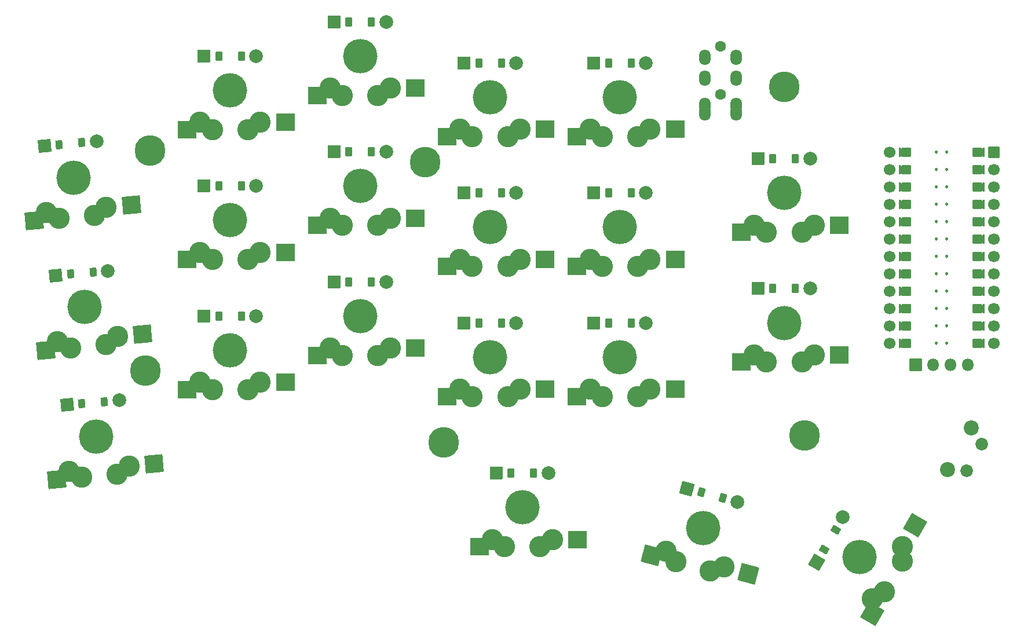
<source format=gbr>
%TF.GenerationSoftware,KiCad,Pcbnew,8.0.0*%
%TF.CreationDate,2024-03-12T02:06:11+01:00*%
%TF.ProjectId,cornish-v1,636f726e-6973-4682-9d76-312e6b696361,v1.0.0*%
%TF.SameCoordinates,Original*%
%TF.FileFunction,Soldermask,Bot*%
%TF.FilePolarity,Negative*%
%FSLAX46Y46*%
G04 Gerber Fmt 4.6, Leading zero omitted, Abs format (unit mm)*
G04 Created by KiCad (PCBNEW 8.0.0) date 2024-03-12 02:06:11*
%MOMM*%
%LPD*%
G01*
G04 APERTURE LIST*
G04 Aperture macros list*
%AMRoundRect*
0 Rectangle with rounded corners*
0 $1 Rounding radius*
0 $2 $3 $4 $5 $6 $7 $8 $9 X,Y pos of 4 corners*
0 Add a 4 corners polygon primitive as box body*
4,1,4,$2,$3,$4,$5,$6,$7,$8,$9,$2,$3,0*
0 Add four circle primitives for the rounded corners*
1,1,$1+$1,$2,$3*
1,1,$1+$1,$4,$5*
1,1,$1+$1,$6,$7*
1,1,$1+$1,$8,$9*
0 Add four rect primitives between the rounded corners*
20,1,$1+$1,$2,$3,$4,$5,0*
20,1,$1+$1,$4,$5,$6,$7,0*
20,1,$1+$1,$6,$7,$8,$9,0*
20,1,$1+$1,$8,$9,$2,$3,0*%
%AMFreePoly0*
4,1,14,0.635355,0.435355,0.650000,0.400000,0.650000,0.200000,0.635355,0.164645,0.035355,-0.435355,0.000000,-0.450000,-0.035355,-0.435355,-0.635355,0.164645,-0.650000,0.200000,-0.650000,0.400000,-0.635355,0.435355,-0.600000,0.450000,0.600000,0.450000,0.635355,0.435355,0.635355,0.435355,$1*%
%AMFreePoly1*
4,1,16,0.635355,1.035355,0.650000,1.000000,0.650000,-0.250000,0.635355,-0.285355,0.600000,-0.300000,-0.600000,-0.300000,-0.635355,-0.285355,-0.650000,-0.250000,-0.650000,1.000000,-0.635355,1.035355,-0.600000,1.050000,-0.564645,1.035355,0.000000,0.470710,0.564645,1.035355,0.600000,1.050000,0.635355,1.035355,0.635355,1.035355,$1*%
G04 Aperture macros list end*
%ADD10C,0.250000*%
%ADD11C,0.100000*%
%ADD12C,2.200000*%
%ADD13C,1.850000*%
%ADD14C,0.800000*%
%ADD15C,4.500000*%
%ADD16RoundRect,0.050000X-0.889000X-0.889000X0.889000X-0.889000X0.889000X0.889000X-0.889000X0.889000X0*%
%ADD17RoundRect,0.050000X-0.450000X-0.600000X0.450000X-0.600000X0.450000X0.600000X-0.450000X0.600000X0*%
%ADD18C,2.005000*%
%ADD19RoundRect,0.050000X-0.808136X-0.963099X0.963099X-0.808136X0.808136X0.963099X-0.963099X0.808136X0*%
%ADD20RoundRect,0.050000X-0.395994X-0.636937X0.500581X-0.558497X0.395994X0.636937X-0.500581X0.558497X0*%
%ADD21C,3.100000*%
%ADD22C,5.037800*%
%ADD23RoundRect,0.050000X-1.275000X-1.250000X1.275000X-1.250000X1.275000X1.250000X-1.275000X1.250000X0*%
%ADD24C,1.600000*%
%ADD25O,1.700000X2.300000*%
%ADD26RoundRect,0.050000X0.325397X-1.214397X1.214397X0.325397X-0.325397X1.214397X-1.214397X-0.325397X0*%
%ADD27RoundRect,0.050000X0.294615X-0.689711X0.744615X0.089711X-0.294615X0.689711X-0.744615X-0.089711X0*%
%ADD28RoundRect,0.050000X-1.161204X-1.356367X1.379093X-1.134120X1.161204X1.356367X-1.379093X1.134120X0*%
%ADD29C,1.700000*%
%ADD30RoundRect,0.050000X-0.800000X0.800000X-0.800000X-0.800000X0.800000X-0.800000X0.800000X0.800000X0*%
%ADD31FreePoly0,270.000000*%
%ADD32FreePoly0,90.000000*%
%ADD33FreePoly1,90.000000*%
%ADD34FreePoly1,270.000000*%
%ADD35RoundRect,0.050000X-1.555079X-0.877413X0.908032X-1.537402X1.555079X0.877413X-0.908032X1.537402X0*%
%ADD36RoundRect,0.050000X-1.088798X-0.628618X0.628618X-1.088798X1.088798X0.628618X-0.628618X1.088798X0*%
%ADD37RoundRect,0.050000X-0.589958X-0.463087X0.279375X-0.696024X0.589958X0.463087X-0.279375X0.696024X0*%
%ADD38RoundRect,0.050000X0.445032X-1.729182X1.720032X0.479182X-0.445032X1.729182X-1.720032X-0.479182X0*%
%ADD39RoundRect,0.050000X0.850000X0.850000X-0.850000X0.850000X-0.850000X-0.850000X0.850000X-0.850000X0*%
%ADD40O,1.800000X1.800000*%
G04 APERTURE END LIST*
D10*
%TO.C,_41*%
X266969795Y-142271108D02*
G75*
G02*
X266719795Y-142271108I-125000J0D01*
G01*
X266719795Y-142271108D02*
G75*
G02*
X266969795Y-142271108I125000J0D01*
G01*
X266969795Y-139731108D02*
G75*
G02*
X266719795Y-139731108I-125000J0D01*
G01*
X266719795Y-139731108D02*
G75*
G02*
X266969795Y-139731108I125000J0D01*
G01*
X268493795Y-142271108D02*
G75*
G02*
X268243795Y-142271108I-125000J0D01*
G01*
X268243795Y-142271108D02*
G75*
G02*
X268493795Y-142271108I125000J0D01*
G01*
X266969795Y-137191108D02*
G75*
G02*
X266719795Y-137191108I-125000J0D01*
G01*
X266719795Y-137191108D02*
G75*
G02*
X266969795Y-137191108I125000J0D01*
G01*
X268493795Y-139731108D02*
G75*
G02*
X268243795Y-139731108I-125000J0D01*
G01*
X268243795Y-139731108D02*
G75*
G02*
X268493795Y-139731108I125000J0D01*
G01*
X266969796Y-134651107D02*
G75*
G02*
X266719794Y-134651107I-125001J0D01*
G01*
X266719794Y-134651107D02*
G75*
G02*
X266969796Y-134651107I125001J0D01*
G01*
X268493795Y-137191108D02*
G75*
G02*
X268243795Y-137191108I-125000J0D01*
G01*
X268243795Y-137191108D02*
G75*
G02*
X268493795Y-137191108I125000J0D01*
G01*
X266969795Y-132111108D02*
G75*
G02*
X266719795Y-132111108I-125000J0D01*
G01*
X266719795Y-132111108D02*
G75*
G02*
X266969795Y-132111108I125000J0D01*
G01*
X268493796Y-134651108D02*
G75*
G02*
X268243796Y-134651108I-125000J0D01*
G01*
X268243796Y-134651108D02*
G75*
G02*
X268493796Y-134651108I125000J0D01*
G01*
X266969795Y-129571108D02*
G75*
G02*
X266719795Y-129571108I-125000J0D01*
G01*
X266719795Y-129571108D02*
G75*
G02*
X266969795Y-129571108I125000J0D01*
G01*
X268493795Y-132111108D02*
G75*
G02*
X268243795Y-132111108I-125000J0D01*
G01*
X268243795Y-132111108D02*
G75*
G02*
X268493795Y-132111108I125000J0D01*
G01*
X266969795Y-127031108D02*
G75*
G02*
X266719795Y-127031108I-125000J0D01*
G01*
X266719795Y-127031108D02*
G75*
G02*
X266969795Y-127031108I125000J0D01*
G01*
X268493795Y-129571108D02*
G75*
G02*
X268243795Y-129571108I-125000J0D01*
G01*
X268243795Y-129571108D02*
G75*
G02*
X268493795Y-129571108I125000J0D01*
G01*
X266969795Y-124491108D02*
G75*
G02*
X266719795Y-124491108I-125000J0D01*
G01*
X266719795Y-124491108D02*
G75*
G02*
X266969795Y-124491108I125000J0D01*
G01*
X268493795Y-127031108D02*
G75*
G02*
X268243795Y-127031108I-125000J0D01*
G01*
X268243795Y-127031108D02*
G75*
G02*
X268493795Y-127031108I125000J0D01*
G01*
X266969794Y-121951108D02*
G75*
G02*
X266719794Y-121951108I-125000J0D01*
G01*
X266719794Y-121951108D02*
G75*
G02*
X266969794Y-121951108I125000J0D01*
G01*
X268493795Y-124491108D02*
G75*
G02*
X268243795Y-124491108I-125000J0D01*
G01*
X268243795Y-124491108D02*
G75*
G02*
X268493795Y-124491108I125000J0D01*
G01*
X266969795Y-119411108D02*
G75*
G02*
X266719795Y-119411108I-125000J0D01*
G01*
X266719795Y-119411108D02*
G75*
G02*
X266969795Y-119411108I125000J0D01*
G01*
X268493794Y-121951109D02*
G75*
G02*
X268243796Y-121951109I-124999J0D01*
G01*
X268243796Y-121951109D02*
G75*
G02*
X268493794Y-121951109I124999J0D01*
G01*
X266969795Y-116871108D02*
G75*
G02*
X266719795Y-116871108I-125000J0D01*
G01*
X266719795Y-116871108D02*
G75*
G02*
X266969795Y-116871108I125000J0D01*
G01*
X268493795Y-119411108D02*
G75*
G02*
X268243795Y-119411108I-125000J0D01*
G01*
X268243795Y-119411108D02*
G75*
G02*
X268493795Y-119411108I125000J0D01*
G01*
X266969796Y-114331108D02*
G75*
G02*
X266719794Y-114331108I-125001J0D01*
G01*
X266719794Y-114331108D02*
G75*
G02*
X266969796Y-114331108I125001J0D01*
G01*
X268493795Y-116871108D02*
G75*
G02*
X268243795Y-116871108I-125000J0D01*
G01*
X268243795Y-116871108D02*
G75*
G02*
X268493795Y-116871108I125000J0D01*
G01*
X268493795Y-114331108D02*
G75*
G02*
X268243795Y-114331108I-125000J0D01*
G01*
X268243795Y-114331108D02*
G75*
G02*
X268493795Y-114331108I125000J0D01*
G01*
D11*
X262526795Y-142779108D02*
X261510795Y-142779108D01*
X261510795Y-141763108D01*
X262526795Y-141763108D01*
X262526795Y-142779108D01*
G36*
X262526795Y-142779108D02*
G01*
X261510795Y-142779108D01*
X261510795Y-141763108D01*
X262526795Y-141763108D01*
X262526795Y-142779108D01*
G37*
X262526796Y-140239108D02*
X261510795Y-140239108D01*
X261510795Y-139223108D01*
X262526795Y-139223108D01*
X262526796Y-140239108D01*
G36*
X262526796Y-140239108D02*
G01*
X261510795Y-140239108D01*
X261510795Y-139223108D01*
X262526795Y-139223108D01*
X262526796Y-140239108D01*
G37*
X262526795Y-137699108D02*
X261510795Y-137699108D01*
X261510795Y-136683108D01*
X262526795Y-136683108D01*
X262526795Y-137699108D01*
G36*
X262526795Y-137699108D02*
G01*
X261510795Y-137699108D01*
X261510795Y-136683108D01*
X262526795Y-136683108D01*
X262526795Y-137699108D01*
G37*
X262526795Y-135159108D02*
X261510795Y-135159108D01*
X261510795Y-134143108D01*
X262526795Y-134143108D01*
X262526795Y-135159108D01*
G36*
X262526795Y-135159108D02*
G01*
X261510795Y-135159108D01*
X261510795Y-134143108D01*
X262526795Y-134143108D01*
X262526795Y-135159108D01*
G37*
X262526795Y-132619108D02*
X261510795Y-132619108D01*
X261510795Y-131603108D01*
X262526795Y-131603108D01*
X262526795Y-132619108D01*
G36*
X262526795Y-132619108D02*
G01*
X261510795Y-132619108D01*
X261510795Y-131603108D01*
X262526795Y-131603108D01*
X262526795Y-132619108D01*
G37*
X262526795Y-130079108D02*
X261510794Y-130079108D01*
X261510796Y-129063108D01*
X262526795Y-129063108D01*
X262526795Y-130079108D01*
G36*
X262526795Y-130079108D02*
G01*
X261510794Y-130079108D01*
X261510796Y-129063108D01*
X262526795Y-129063108D01*
X262526795Y-130079108D01*
G37*
X262526796Y-127539108D02*
X261510795Y-127539108D01*
X261510795Y-126523108D01*
X262526795Y-126523108D01*
X262526796Y-127539108D01*
G36*
X262526796Y-127539108D02*
G01*
X261510795Y-127539108D01*
X261510795Y-126523108D01*
X262526795Y-126523108D01*
X262526796Y-127539108D01*
G37*
X262526795Y-124999108D02*
X261510795Y-124999108D01*
X261510795Y-123983108D01*
X262526795Y-123983108D01*
X262526795Y-124999108D01*
G36*
X262526795Y-124999108D02*
G01*
X261510795Y-124999108D01*
X261510795Y-123983108D01*
X262526795Y-123983108D01*
X262526795Y-124999108D01*
G37*
X262526795Y-122459108D02*
X261510795Y-122459108D01*
X261510795Y-121443108D01*
X262526794Y-121443108D01*
X262526795Y-122459108D01*
G36*
X262526795Y-122459108D02*
G01*
X261510795Y-122459108D01*
X261510795Y-121443108D01*
X262526794Y-121443108D01*
X262526795Y-122459108D01*
G37*
X273702795Y-142779108D02*
X272686795Y-142779108D01*
X272686795Y-141763108D01*
X273702795Y-141763108D01*
X273702795Y-142779108D01*
G36*
X273702795Y-142779108D02*
G01*
X272686795Y-142779108D01*
X272686795Y-141763108D01*
X273702795Y-141763108D01*
X273702795Y-142779108D01*
G37*
X262526795Y-119919108D02*
X261510795Y-119919108D01*
X261510795Y-118903108D01*
X262526795Y-118903108D01*
X262526795Y-119919108D01*
G36*
X262526795Y-119919108D02*
G01*
X261510795Y-119919108D01*
X261510795Y-118903108D01*
X262526795Y-118903108D01*
X262526795Y-119919108D01*
G37*
X273702794Y-140239108D02*
X272686795Y-140239108D01*
X272686795Y-139223108D01*
X273702796Y-139223108D01*
X273702794Y-140239108D01*
G36*
X273702794Y-140239108D02*
G01*
X272686795Y-140239108D01*
X272686795Y-139223108D01*
X273702796Y-139223108D01*
X273702794Y-140239108D01*
G37*
X262526795Y-117379108D02*
X261510794Y-117379108D01*
X261510796Y-116363108D01*
X262526795Y-116363108D01*
X262526795Y-117379108D01*
G36*
X262526795Y-117379108D02*
G01*
X261510794Y-117379108D01*
X261510796Y-116363108D01*
X262526795Y-116363108D01*
X262526795Y-117379108D01*
G37*
X273702795Y-137699108D02*
X272686795Y-137699108D01*
X272686795Y-136683108D01*
X273702795Y-136683108D01*
X273702795Y-137699108D01*
G36*
X273702795Y-137699108D02*
G01*
X272686795Y-137699108D01*
X272686795Y-136683108D01*
X273702795Y-136683108D01*
X273702795Y-137699108D01*
G37*
X262526795Y-114839108D02*
X261510795Y-114839108D01*
X261510795Y-113823108D01*
X262526795Y-113823108D01*
X262526795Y-114839108D01*
G36*
X262526795Y-114839108D02*
G01*
X261510795Y-114839108D01*
X261510795Y-113823108D01*
X262526795Y-113823108D01*
X262526795Y-114839108D01*
G37*
X273702795Y-135159108D02*
X272686796Y-135159108D01*
X272686795Y-134143108D01*
X273702795Y-134143108D01*
X273702795Y-135159108D01*
G36*
X273702795Y-135159108D02*
G01*
X272686796Y-135159108D01*
X272686795Y-134143108D01*
X273702795Y-134143108D01*
X273702795Y-135159108D01*
G37*
X273702795Y-132619108D02*
X272686795Y-132619108D01*
X272686795Y-131603108D01*
X273702795Y-131603108D01*
X273702795Y-132619108D01*
G36*
X273702795Y-132619108D02*
G01*
X272686795Y-132619108D01*
X272686795Y-131603108D01*
X273702795Y-131603108D01*
X273702795Y-132619108D01*
G37*
X273702795Y-130079108D02*
X272686795Y-130079108D01*
X272686794Y-129063108D01*
X273702795Y-129063108D01*
X273702795Y-130079108D01*
G36*
X273702795Y-130079108D02*
G01*
X272686795Y-130079108D01*
X272686794Y-129063108D01*
X273702795Y-129063108D01*
X273702795Y-130079108D01*
G37*
X273702794Y-127539108D02*
X272686795Y-127539108D01*
X272686795Y-126523108D01*
X273702796Y-126523108D01*
X273702794Y-127539108D01*
G36*
X273702794Y-127539108D02*
G01*
X272686795Y-127539108D01*
X272686795Y-126523108D01*
X273702796Y-126523108D01*
X273702794Y-127539108D01*
G37*
X273702795Y-124999108D02*
X272686795Y-124999108D01*
X272686795Y-123983108D01*
X273702795Y-123983108D01*
X273702795Y-124999108D01*
G36*
X273702795Y-124999108D02*
G01*
X272686795Y-124999108D01*
X272686795Y-123983108D01*
X273702795Y-123983108D01*
X273702795Y-124999108D01*
G37*
X273702795Y-122459108D02*
X272686795Y-122459108D01*
X272686795Y-121443108D01*
X273702795Y-121443108D01*
X273702795Y-122459108D01*
G36*
X273702795Y-122459108D02*
G01*
X272686795Y-122459108D01*
X272686795Y-121443108D01*
X273702795Y-121443108D01*
X273702795Y-122459108D01*
G37*
X273702795Y-119919108D02*
X272686795Y-119919108D01*
X272686795Y-118903108D01*
X273702795Y-118903108D01*
X273702795Y-119919108D01*
G36*
X273702795Y-119919108D02*
G01*
X272686795Y-119919108D01*
X272686795Y-118903108D01*
X273702795Y-118903108D01*
X273702795Y-119919108D01*
G37*
X273702795Y-117379108D02*
X272686795Y-117379108D01*
X272686794Y-116363108D01*
X273702795Y-116363108D01*
X273702795Y-117379108D01*
G36*
X273702795Y-117379108D02*
G01*
X272686795Y-117379108D01*
X272686794Y-116363108D01*
X273702795Y-116363108D01*
X273702795Y-117379108D01*
G37*
X273702795Y-114839108D02*
X272686795Y-114839108D01*
X272686795Y-113823108D01*
X273702795Y-113823108D01*
X273702795Y-114839108D01*
G36*
X273702795Y-114839108D02*
G01*
X272686795Y-114839108D01*
X272686795Y-113823108D01*
X273702795Y-113823108D01*
X273702795Y-114839108D01*
G37*
%TD*%
D12*
%TO.C,REF\u002A\u002A*%
X271968597Y-154672468D03*
X268463597Y-160743307D03*
D13*
X273500000Y-157000000D03*
X271250001Y-160897115D03*
%TD*%
D14*
%TO.C,_46*%
X242956795Y-104801108D03*
X243440069Y-103634382D03*
X243440069Y-105967834D03*
X244606795Y-103151108D03*
D15*
X244606795Y-104801108D03*
D14*
X244606795Y-106451108D03*
X245773521Y-103634382D03*
X245773521Y-105967834D03*
X246256795Y-104801108D03*
%TD*%
D16*
%TO.C,D19*%
X240796796Y-134301108D03*
D17*
X242956796Y-134301108D03*
X246256796Y-134301108D03*
D18*
X248416796Y-134301108D03*
%TD*%
D16*
%TO.C,D10*%
X197796795Y-139301109D03*
D17*
X199956795Y-139301109D03*
X203256795Y-139301109D03*
D18*
X205416795Y-139301109D03*
%TD*%
D19*
%TO.C,D1*%
X139792061Y-151288925D03*
D20*
X141943842Y-151100669D03*
X145231284Y-150813055D03*
D18*
X147383065Y-150624799D03*
%TD*%
D14*
%TO.C,_43*%
X149564777Y-146418645D03*
X149944525Y-145214238D03*
X150147898Y-147538811D03*
X151064691Y-144631117D03*
D15*
X151208498Y-146274838D03*
D14*
X151352305Y-147918559D03*
X152269098Y-145010865D03*
X152472471Y-147335438D03*
X152852219Y-146131031D03*
%TD*%
D16*
%TO.C,D11*%
X197796795Y-120301109D03*
D17*
X199956795Y-120301109D03*
X203256795Y-120301109D03*
D18*
X205416795Y-120301109D03*
%TD*%
D14*
%TO.C,_45*%
X193156795Y-156801109D03*
X193640069Y-155634383D03*
X193640069Y-157967835D03*
X194806795Y-155151109D03*
D15*
X194806795Y-156801109D03*
D14*
X194806795Y-158451109D03*
X195973521Y-155634383D03*
X195973521Y-157967835D03*
X196456795Y-156801109D03*
%TD*%
D21*
%TO.C,S10*%
X197206795Y-149001109D03*
X199006795Y-150051109D03*
D22*
X201606795Y-144301109D03*
D21*
X204206795Y-150051109D03*
X206006795Y-149001109D03*
D23*
X195336795Y-150051109D03*
X209676795Y-149001109D03*
%TD*%
D14*
%TO.C,_47*%
X245956795Y-155801108D03*
X246440069Y-154634382D03*
X246440069Y-156967834D03*
X247606795Y-154151108D03*
D15*
X247606795Y-155801108D03*
D14*
X247606795Y-157451108D03*
X248773521Y-154634382D03*
X248773521Y-156967834D03*
X249256795Y-155801108D03*
%TD*%
D21*
%TO.C,S4*%
X159206796Y-148001108D03*
X161006796Y-149051108D03*
D22*
X163606796Y-143301108D03*
D21*
X166206796Y-149051108D03*
X168006796Y-148001108D03*
D23*
X157336796Y-149051108D03*
X171676796Y-148001108D03*
%TD*%
D24*
%TO.C,TRRS1*%
X235306795Y-98901108D03*
X235306795Y-105901108D03*
D25*
X233006795Y-108601108D03*
X237606795Y-108601108D03*
X233006795Y-107501108D03*
X237606795Y-107501107D03*
X233006795Y-103501108D03*
X237606795Y-103501108D03*
X233006795Y-100501108D03*
X237606795Y-100501108D03*
%TD*%
D26*
%TO.C,D18*%
X249383551Y-174304125D03*
D27*
X250463551Y-172433511D03*
X252113551Y-169575627D03*
D18*
X253193551Y-167705013D03*
%TD*%
D21*
%TO.C,S11*%
X197206795Y-130001109D03*
X199006795Y-131051109D03*
D22*
X201606795Y-125301109D03*
D21*
X204206795Y-131051109D03*
X206006795Y-130001109D03*
D23*
X195336795Y-131051109D03*
X209676795Y-130001109D03*
%TD*%
D16*
%TO.C,D13*%
X216796795Y-139301109D03*
D17*
X218956795Y-139301109D03*
X222256795Y-139301109D03*
D18*
X224416795Y-139301109D03*
%TD*%
D21*
%TO.C,S3*%
X136737800Y-123148038D03*
X138622463Y-124037161D03*
D22*
X140711424Y-118082437D03*
D21*
X143802676Y-123583952D03*
X145504313Y-122381067D03*
D28*
X134966428Y-124357023D03*
X149160347Y-122061205D03*
%TD*%
D21*
%TO.C,S12*%
X197206795Y-111001109D03*
X199006795Y-112051109D03*
D22*
X201606795Y-106301109D03*
D21*
X204206795Y-112051109D03*
X206006795Y-111001109D03*
D23*
X195336795Y-112051109D03*
X209676795Y-111001109D03*
%TD*%
D16*
%TO.C,D20*%
X240796796Y-115301108D03*
D17*
X242956796Y-115301108D03*
X246256796Y-115301108D03*
D18*
X248416796Y-115301108D03*
%TD*%
D21*
%TO.C,S13*%
X216206795Y-149001109D03*
X218006795Y-150051109D03*
D22*
X220606795Y-144301109D03*
D21*
X223206795Y-150051109D03*
X225006795Y-149001109D03*
D23*
X214336795Y-150051109D03*
X228676795Y-149001109D03*
%TD*%
D16*
%TO.C,D15*%
X216796795Y-101301109D03*
D17*
X218956795Y-101301109D03*
X222256795Y-101301109D03*
D18*
X224416795Y-101301109D03*
%TD*%
D21*
%TO.C,S19*%
X240206795Y-144001109D03*
X242006795Y-145051109D03*
D22*
X244606795Y-139301109D03*
D21*
X247206795Y-145051109D03*
X249006795Y-144001109D03*
D23*
X238336795Y-145051109D03*
X252676795Y-144001109D03*
%TD*%
D16*
%TO.C,D7*%
X178796795Y-133301108D03*
D17*
X180956795Y-133301108D03*
X184256795Y-133301108D03*
D18*
X186416795Y-133301108D03*
%TD*%
D16*
%TO.C,D12*%
X197796795Y-101301109D03*
D17*
X199956795Y-101301109D03*
X203256795Y-101301109D03*
D18*
X205416795Y-101301109D03*
%TD*%
D29*
%TO.C,_41*%
X275226794Y-114331108D03*
D30*
X275226794Y-114331108D03*
D31*
X273448795Y-114331108D03*
D32*
X261764795Y-114331108D03*
D29*
X259986795Y-114331108D03*
X275226795Y-116871108D03*
D31*
X273448795Y-116871108D03*
D32*
X261764795Y-116871108D03*
D29*
X259986795Y-116871108D03*
X275226795Y-119411108D03*
D31*
X273448795Y-119411108D03*
D32*
X261764795Y-119411108D03*
D29*
X259986795Y-119411108D03*
X259986795Y-121951107D03*
X275226795Y-121951108D03*
D31*
X273448795Y-121951108D03*
D32*
X261764795Y-121951108D03*
D29*
X275226795Y-124491108D03*
D31*
X273448795Y-124491108D03*
D32*
X261764794Y-124491108D03*
D29*
X259986795Y-124491108D03*
X275226795Y-127031108D03*
D31*
X273448795Y-127031108D03*
D32*
X261764795Y-127031108D03*
D29*
X259986795Y-127031108D03*
X275226795Y-129571108D03*
D31*
X273448795Y-129571108D03*
D32*
X261764795Y-129571108D03*
D29*
X259986795Y-129571108D03*
X275226795Y-132111108D03*
D31*
X273448796Y-132111108D03*
D32*
X261764795Y-132111108D03*
D29*
X259986795Y-132111108D03*
D31*
X273448795Y-134651108D03*
D32*
X261764795Y-134651108D03*
D29*
X259986795Y-134651108D03*
X275226795Y-134651109D03*
X275226795Y-137191108D03*
D31*
X273448795Y-137191108D03*
D32*
X261764795Y-137191108D03*
D29*
X259986795Y-137191108D03*
X275226795Y-139731108D03*
D31*
X273448795Y-139731108D03*
D32*
X261764795Y-139731108D03*
D29*
X259986795Y-139731108D03*
X275226795Y-142271108D03*
D31*
X273448795Y-142271108D03*
D32*
X261764795Y-142271108D03*
D29*
X259986796Y-142271108D03*
D33*
X262780795Y-114331107D03*
X262780795Y-116871108D03*
X262780795Y-119411108D03*
X262780795Y-121951108D03*
X262780795Y-124491108D03*
X262780795Y-127031108D03*
X262780795Y-129571108D03*
X262780795Y-132111108D03*
X262780795Y-134651108D03*
X262780795Y-137191108D03*
X262780795Y-139731108D03*
X262780795Y-142271108D03*
D34*
X272432795Y-142271109D03*
X272432795Y-139731108D03*
X272432795Y-137191108D03*
X272432795Y-134651108D03*
X272432795Y-132111108D03*
X272432795Y-129571108D03*
X272432795Y-127031108D03*
X272432795Y-124491108D03*
X272432795Y-121951108D03*
X272432795Y-119411108D03*
X272432795Y-116871108D03*
X272432795Y-114331108D03*
%TD*%
D21*
%TO.C,S2*%
X138393759Y-142075738D03*
X140278422Y-142964861D03*
D22*
X142367383Y-137010137D03*
D21*
X145458635Y-142511652D03*
X147160272Y-141308767D03*
D28*
X136622387Y-143284723D03*
X150816306Y-140988905D03*
%TD*%
D21*
%TO.C,S17*%
X227308860Y-172738633D03*
X228775767Y-174218730D03*
D22*
X232775383Y-169337586D03*
D21*
X233798581Y-175564589D03*
X235809007Y-175016241D03*
D35*
X225230819Y-173268864D03*
X239353955Y-175966107D03*
%TD*%
D16*
%TO.C,D14*%
X216796795Y-120301109D03*
D17*
X218956795Y-120301109D03*
X222256795Y-120301109D03*
D18*
X224416795Y-120301109D03*
%TD*%
D21*
%TO.C,S16*%
X201906795Y-171001109D03*
X203706795Y-172051109D03*
D22*
X206306795Y-166301109D03*
D21*
X208906795Y-172051109D03*
X210706795Y-171001109D03*
D23*
X200036795Y-172051109D03*
X214376795Y-171001109D03*
%TD*%
D16*
%TO.C,D6*%
X159796796Y-100301108D03*
D17*
X161956796Y-100301108D03*
X165256796Y-100301108D03*
D18*
X167416796Y-100301108D03*
%TD*%
D21*
%TO.C,S7*%
X178206796Y-143001108D03*
X180006796Y-144051108D03*
D22*
X182606796Y-138301108D03*
D21*
X185206796Y-144051108D03*
X187006796Y-143001108D03*
D23*
X176336796Y-144051108D03*
X190676796Y-143001108D03*
%TD*%
D14*
%TO.C,_42*%
X150262475Y-114235368D03*
X150642223Y-113030961D03*
X150845596Y-115355534D03*
X151762389Y-112447840D03*
D15*
X151906196Y-114091561D03*
D14*
X152050003Y-115735282D03*
X152966796Y-112827588D03*
X153170169Y-115152161D03*
X153549917Y-113947754D03*
%TD*%
D21*
%TO.C,S20*%
X240206795Y-125001109D03*
X242006795Y-126051109D03*
D22*
X244606795Y-120301109D03*
D21*
X247206795Y-126051109D03*
X249006795Y-125001109D03*
D23*
X238336795Y-126051109D03*
X252676795Y-125001109D03*
%TD*%
D16*
%TO.C,D16*%
X202496795Y-161301109D03*
D17*
X204656795Y-161301109D03*
X207956795Y-161301109D03*
D18*
X210116795Y-161301109D03*
%TD*%
D36*
%TO.C,D17*%
X230389301Y-163521857D03*
D37*
X232475700Y-164080906D03*
X235663256Y-164935010D03*
D18*
X237749655Y-165494059D03*
%TD*%
D19*
%TO.C,D2*%
X138136102Y-132361226D03*
D20*
X140287883Y-132172970D03*
X143575325Y-131885356D03*
D18*
X145727106Y-131697100D03*
%TD*%
D16*
%TO.C,D9*%
X178796795Y-95301108D03*
D17*
X180956795Y-95301108D03*
X184256795Y-95301108D03*
D18*
X186416795Y-95301108D03*
%TD*%
D19*
%TO.C,D3*%
X136480144Y-113433527D03*
D20*
X138631925Y-113245271D03*
X141919367Y-112957657D03*
D18*
X144071148Y-112769401D03*
%TD*%
D21*
%TO.C,S18*%
X257488998Y-179665080D03*
X259298325Y-178631234D03*
D22*
X255618679Y-173504568D03*
D21*
X261898325Y-174127902D03*
X261888998Y-172044056D03*
D38*
X257463325Y-181809548D03*
X263723998Y-168865743D03*
%TD*%
D16*
%TO.C,D8*%
X178796795Y-114301108D03*
D17*
X180956795Y-114301108D03*
X184256795Y-114301108D03*
D18*
X186416795Y-114301108D03*
%TD*%
D16*
%TO.C,D4*%
X159796796Y-138301108D03*
D17*
X161956796Y-138301108D03*
X165256796Y-138301108D03*
D18*
X167416796Y-138301108D03*
%TD*%
D16*
%TO.C,D5*%
X159796796Y-119301108D03*
D17*
X161956796Y-119301108D03*
X165256796Y-119301108D03*
D18*
X167416796Y-119301108D03*
%TD*%
D21*
%TO.C,S15*%
X216206795Y-111001109D03*
X218006795Y-112051109D03*
D22*
X220606795Y-106301109D03*
D21*
X223206795Y-112051109D03*
X225006795Y-111001109D03*
D23*
X214336795Y-112051109D03*
X228676795Y-111001109D03*
%TD*%
D14*
%TO.C,_44*%
X190456796Y-115801108D03*
X190940070Y-114634382D03*
X190940070Y-116967834D03*
X192106796Y-114151108D03*
D15*
X192106796Y-115801108D03*
D14*
X192106796Y-117451108D03*
X193273522Y-114634382D03*
X193273522Y-116967834D03*
X193756796Y-115801108D03*
%TD*%
D21*
%TO.C,S8*%
X178206796Y-124001108D03*
X180006796Y-125051108D03*
D22*
X182606796Y-119301108D03*
D21*
X185206796Y-125051108D03*
X187006796Y-124001108D03*
D23*
X176336796Y-125051108D03*
X190676796Y-124001108D03*
%TD*%
D39*
%TO.C,OLED1*%
X263806794Y-145401108D03*
D40*
X266346795Y-145401108D03*
X268886795Y-145401108D03*
X271426795Y-145401108D03*
%TD*%
D21*
%TO.C,S6*%
X159206795Y-110001109D03*
X161006795Y-111051109D03*
D22*
X163606795Y-105301109D03*
D21*
X166206795Y-111051109D03*
X168006795Y-110001109D03*
D23*
X157336795Y-111051109D03*
X171676795Y-110001109D03*
%TD*%
D21*
%TO.C,S1*%
X140049718Y-161003436D03*
X141934381Y-161892559D03*
D22*
X144023342Y-155937835D03*
D21*
X147114594Y-161439350D03*
X148816231Y-160236465D03*
D28*
X138278346Y-162212421D03*
X152472265Y-159916603D03*
%TD*%
D21*
%TO.C,S5*%
X159206796Y-129001108D03*
X161006796Y-130051108D03*
D22*
X163606796Y-124301108D03*
D21*
X166206796Y-130051108D03*
X168006796Y-129001108D03*
D23*
X157336796Y-130051108D03*
X171676796Y-129001108D03*
%TD*%
D21*
%TO.C,S9*%
X178206796Y-105001108D03*
X180006796Y-106051108D03*
D22*
X182606796Y-100301108D03*
D21*
X185206796Y-106051108D03*
X187006796Y-105001108D03*
D23*
X176336796Y-106051108D03*
X190676796Y-105001108D03*
%TD*%
D21*
%TO.C,S14*%
X216206795Y-130001109D03*
X218006795Y-131051109D03*
D22*
X220606795Y-125301109D03*
D21*
X223206795Y-131051109D03*
X225006795Y-130001109D03*
D23*
X214336795Y-131051109D03*
X228676795Y-130001109D03*
%TD*%
M02*

</source>
